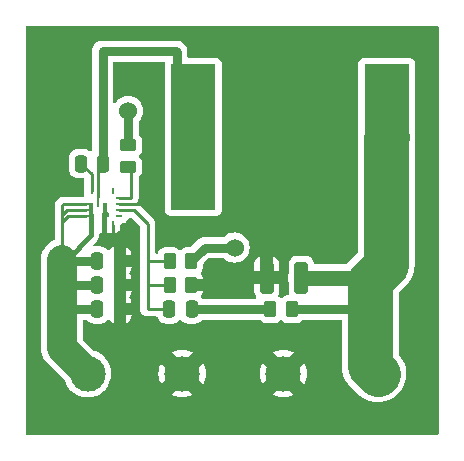
<source format=gbr>
%TF.GenerationSoftware,KiCad,Pcbnew,7.0.7*%
%TF.CreationDate,2023-08-27T13:56:46-07:00*%
%TF.ProjectId,DC-DC_converter,44432d44-435f-4636-9f6e-766572746572,rev?*%
%TF.SameCoordinates,Original*%
%TF.FileFunction,Copper,L1,Top*%
%TF.FilePolarity,Positive*%
%FSLAX46Y46*%
G04 Gerber Fmt 4.6, Leading zero omitted, Abs format (unit mm)*
G04 Created by KiCad (PCBNEW 7.0.7) date 2023-08-27 13:56:46*
%MOMM*%
%LPD*%
G01*
G04 APERTURE LIST*
G04 Aperture macros list*
%AMRoundRect*
0 Rectangle with rounded corners*
0 $1 Rounding radius*
0 $2 $3 $4 $5 $6 $7 $8 $9 X,Y pos of 4 corners*
0 Add a 4 corners polygon primitive as box body*
4,1,4,$2,$3,$4,$5,$6,$7,$8,$9,$2,$3,0*
0 Add four circle primitives for the rounded corners*
1,1,$1+$1,$2,$3*
1,1,$1+$1,$4,$5*
1,1,$1+$1,$6,$7*
1,1,$1+$1,$8,$9*
0 Add four rect primitives between the rounded corners*
20,1,$1+$1,$2,$3,$4,$5,0*
20,1,$1+$1,$4,$5,$6,$7,0*
20,1,$1+$1,$6,$7,$8,$9,0*
20,1,$1+$1,$8,$9,$2,$3,0*%
G04 Aperture macros list end*
%TA.AperFunction,SMDPad,CuDef*%
%ADD10R,0.600000X0.250000*%
%TD*%
%TA.AperFunction,SMDPad,CuDef*%
%ADD11R,0.250000X0.600000*%
%TD*%
%TA.AperFunction,SMDPad,CuDef*%
%ADD12R,0.250000X1.700000*%
%TD*%
%TA.AperFunction,SMDPad,CuDef*%
%ADD13R,0.800000X0.250000*%
%TD*%
%TA.AperFunction,SMDPad,CuDef*%
%ADD14R,0.400000X2.100000*%
%TD*%
%TA.AperFunction,SMDPad,CuDef*%
%ADD15RoundRect,0.250000X-0.450000X0.262500X-0.450000X-0.262500X0.450000X-0.262500X0.450000X0.262500X0*%
%TD*%
%TA.AperFunction,SMDPad,CuDef*%
%ADD16RoundRect,0.250000X-0.262500X-0.450000X0.262500X-0.450000X0.262500X0.450000X-0.262500X0.450000X0*%
%TD*%
%TA.AperFunction,SMDPad,CuDef*%
%ADD17RoundRect,0.250000X0.262500X0.450000X-0.262500X0.450000X-0.262500X-0.450000X0.262500X-0.450000X0*%
%TD*%
%TA.AperFunction,ComponentPad*%
%ADD18C,3.000000*%
%TD*%
%TA.AperFunction,SMDPad,CuDef*%
%ADD19R,3.825000X12.350000*%
%TD*%
%TA.AperFunction,SMDPad,CuDef*%
%ADD20R,3.825000X12.320000*%
%TD*%
%TA.AperFunction,SMDPad,CuDef*%
%ADD21RoundRect,0.250000X0.325000X1.100000X-0.325000X1.100000X-0.325000X-1.100000X0.325000X-1.100000X0*%
%TD*%
%TA.AperFunction,SMDPad,CuDef*%
%ADD22RoundRect,0.250000X-0.250000X-0.475000X0.250000X-0.475000X0.250000X0.475000X-0.250000X0.475000X0*%
%TD*%
%TA.AperFunction,SMDPad,CuDef*%
%ADD23RoundRect,0.250000X0.250000X0.475000X-0.250000X0.475000X-0.250000X-0.475000X0.250000X-0.475000X0*%
%TD*%
%TA.AperFunction,ViaPad*%
%ADD24C,1.524000*%
%TD*%
%TA.AperFunction,Conductor*%
%ADD25C,3.810000*%
%TD*%
%TA.AperFunction,Conductor*%
%ADD26C,0.250000*%
%TD*%
%TA.AperFunction,Conductor*%
%ADD27C,0.762000*%
%TD*%
%TA.AperFunction,Conductor*%
%ADD28C,1.270000*%
%TD*%
%TA.AperFunction,Conductor*%
%ADD29C,0.381000*%
%TD*%
%TA.AperFunction,Conductor*%
%ADD30C,2.540000*%
%TD*%
G04 APERTURE END LIST*
D10*
%TO.P,U1,1,en*%
%TO.N,unconnected-(U1-en-Pad1)*%
X56350000Y-79493000D03*
%TO.P,U1,2,fb*%
%TO.N,/FB*%
X56350000Y-78993000D03*
%TO.P,U1,3,agnd*%
%TO.N,GND*%
X56350000Y-78493000D03*
%TO.P,U1,4,pg*%
%TO.N,Net-(U1-pg)*%
X56350000Y-77993000D03*
D11*
%TO.P,U1,5,nc*%
%TO.N,unconnected-(U1-nc-Pad5)*%
X55880000Y-77343000D03*
D12*
%TO.P,U1,6,sw*%
%TO.N,Net-(U1-sw)*%
X54580000Y-77893000D03*
D11*
%TO.P,U1,7,boot*%
%TO.N,Net-(U1-boot)*%
X54080000Y-77343000D03*
D13*
%TO.P,U1,8,vin*%
%TO.N,/VIN*%
X53630000Y-78493000D03*
D14*
X54000000Y-79393000D03*
D13*
X53630000Y-79493000D03*
X53630000Y-78993000D03*
D14*
%TO.P,U1,9,pgnd*%
%TO.N,GND*%
X55160000Y-79393000D03*
D11*
%TO.P,U1,10,mode*%
X55880000Y-80143000D03*
%TD*%
D15*
%TO.P,Rpg1,1*%
%TO.N,/VOUT*%
X57150000Y-73509500D03*
%TO.P,Rpg1,2*%
%TO.N,Net-(U1-pg)*%
X57150000Y-75334500D03*
%TD*%
D16*
%TO.P,Rff1,1*%
%TO.N,Net-(Cff1-Pad1)*%
X69191500Y-87376000D03*
%TO.P,Rff1,2*%
%TO.N,/VOUT*%
X71016500Y-87376000D03*
%TD*%
D17*
%TO.P,Rfbt1,1*%
%TO.N,/VOUT*%
X62484000Y-83312000D03*
%TO.P,Rfbt1,2*%
%TO.N,/FB*%
X60659000Y-83312000D03*
%TD*%
D16*
%TO.P,Rfbb1,1*%
%TO.N,/FB*%
X60659000Y-85344000D03*
%TO.P,Rfbb1,2*%
%TO.N,GND*%
X62484000Y-85344000D03*
%TD*%
D18*
%TO.P,Out,1,ground*%
%TO.N,GND*%
X70295000Y-92837000D03*
%TO.P,Out,2,power*%
%TO.N,/VOUT*%
X78295000Y-92837000D03*
%TD*%
D19*
%TO.P,L1,1,1*%
%TO.N,Net-(U1-sw)*%
X62688000Y-72821800D03*
D20*
%TO.P,L1,2,2*%
%TO.N,/VOUT*%
X79044000Y-72821800D03*
%TD*%
D18*
%TO.P,In,1,ground*%
%TO.N,GND*%
X61722000Y-92837000D03*
%TO.P,In,2,power*%
%TO.N,/VIN*%
X53722000Y-92837000D03*
%TD*%
D21*
%TO.P,Cout1,1*%
%TO.N,/VOUT*%
X71833000Y-84709000D03*
%TO.P,Cout1,2*%
%TO.N,GND*%
X68883000Y-84709000D03*
%TD*%
D22*
%TO.P,Cinx1,1*%
%TO.N,/VIN*%
X54549000Y-85344000D03*
%TO.P,Cinx1,2*%
%TO.N,GND*%
X56449000Y-85344000D03*
%TD*%
%TO.P,Cin2,1*%
%TO.N,/VIN*%
X54549000Y-83312000D03*
%TO.P,Cin2,2*%
%TO.N,GND*%
X56449000Y-83312000D03*
%TD*%
%TO.P,Cin1,1*%
%TO.N,/VIN*%
X54549000Y-87376000D03*
%TO.P,Cin1,2*%
%TO.N,GND*%
X56449000Y-87376000D03*
%TD*%
D23*
%TO.P,Cff1,1*%
%TO.N,Net-(Cff1-Pad1)*%
X62521500Y-87376000D03*
%TO.P,Cff1,2*%
%TO.N,/FB*%
X60621500Y-87376000D03*
%TD*%
D22*
%TO.P,Cboot1,1*%
%TO.N,Net-(U1-boot)*%
X53152000Y-75057000D03*
%TO.P,Cboot1,2*%
%TO.N,Net-(U1-sw)*%
X55052000Y-75057000D03*
%TD*%
D24*
%TO.N,/VOUT*%
X66167000Y-82169000D03*
X57150000Y-70612000D03*
%TD*%
D25*
%TO.N,/VOUT*%
X78994000Y-83616000D02*
X77647000Y-84963000D01*
X79044000Y-72821800D02*
X78994000Y-72871800D01*
X78994000Y-72871800D02*
X78994000Y-83616000D01*
D26*
%TO.N,GND*%
X56350000Y-78493000D02*
X58794000Y-78493000D01*
D27*
%TO.N,Net-(U1-sw)*%
X61291000Y-65609000D02*
X61291000Y-71424800D01*
X61291000Y-71424800D02*
X62688000Y-72821800D01*
%TO.N,/VOUT*%
X66167000Y-82169000D02*
X63627000Y-82169000D01*
X63627000Y-82169000D02*
X62484000Y-83312000D01*
%TO.N,Net-(Cff1-Pad1)*%
X69191500Y-87376000D02*
X62521500Y-87376000D01*
D26*
%TO.N,/VOUT*%
X77393000Y-87376000D02*
X77647000Y-87630000D01*
D27*
X71016500Y-87376000D02*
X77393000Y-87376000D01*
D25*
X77647000Y-84963000D02*
X77647000Y-87630000D01*
X77647000Y-87630000D02*
X77647000Y-92189000D01*
D26*
X77393000Y-84709000D02*
X77647000Y-84963000D01*
D28*
X71833000Y-84709000D02*
X77393000Y-84709000D01*
D27*
X57150000Y-73509500D02*
X57150000Y-70612000D01*
D26*
%TO.N,Net-(U1-sw)*%
X61214000Y-65532000D02*
X61291000Y-65609000D01*
D27*
X54991000Y-65532000D02*
X61214000Y-65532000D01*
D26*
X55052000Y-75057000D02*
X54991000Y-74996000D01*
D27*
X54991000Y-74996000D02*
X54991000Y-65532000D01*
D25*
%TO.N,/VOUT*%
X77647000Y-92189000D02*
X78295000Y-92837000D01*
D26*
%TO.N,Net-(U1-pg)*%
X57404000Y-75588500D02*
X57150000Y-75334500D01*
X57389000Y-77993000D02*
X57404000Y-77978000D01*
X57404000Y-77978000D02*
X57404000Y-75588500D01*
X56350000Y-77993000D02*
X57389000Y-77993000D01*
%TO.N,/FB*%
X58801000Y-87376000D02*
X60621500Y-87376000D01*
X58801000Y-85344000D02*
X58801000Y-87376000D01*
X58801000Y-85344000D02*
X60659000Y-85344000D01*
X58801000Y-83312000D02*
X58801000Y-85344000D01*
X58801000Y-83312000D02*
X60659000Y-83312000D01*
X58801000Y-80137000D02*
X58801000Y-83312000D01*
X57658000Y-78994000D02*
X58801000Y-80137000D01*
X56926000Y-78994000D02*
X57658000Y-78994000D01*
X56925000Y-78993000D02*
X56926000Y-78994000D01*
X56350000Y-78993000D02*
X56925000Y-78993000D01*
%TO.N,Net-(U1-boot)*%
X54080000Y-75985000D02*
X54080000Y-77343000D01*
X53152000Y-75057000D02*
X54080000Y-75985000D01*
%TO.N,Net-(U1-sw)*%
X55052000Y-75057000D02*
X54580000Y-75529000D01*
X54580000Y-75529000D02*
X54580000Y-77893000D01*
%TO.N,/VIN*%
X51682000Y-78493000D02*
X53630000Y-78493000D01*
X51562000Y-78613000D02*
X51682000Y-78493000D01*
X51562000Y-79375000D02*
X51562000Y-78613000D01*
X51943000Y-83185000D02*
X51562000Y-83185000D01*
D29*
X54000000Y-79393000D02*
X54000000Y-81128000D01*
X54000000Y-81128000D02*
X51943000Y-83185000D01*
D26*
X52079000Y-79493000D02*
X51562000Y-80010000D01*
X53630000Y-79493000D02*
X52079000Y-79493000D01*
X51562000Y-80010000D02*
X51562000Y-79375000D01*
X51562000Y-83185000D02*
X51562000Y-80010000D01*
X51944000Y-78993000D02*
X51562000Y-79375000D01*
X53630000Y-78993000D02*
X51944000Y-78993000D01*
X51689000Y-87376000D02*
X51562000Y-87249000D01*
D27*
X54549000Y-87376000D02*
X51689000Y-87376000D01*
D30*
X51562000Y-87249000D02*
X51562000Y-85217000D01*
X51562000Y-90677000D02*
X51562000Y-87249000D01*
D27*
X54549000Y-85344000D02*
X51689000Y-85344000D01*
D30*
X51562000Y-85217000D02*
X51562000Y-83185000D01*
D26*
X51689000Y-85344000D02*
X51562000Y-85217000D01*
X51689000Y-83312000D02*
X51562000Y-83185000D01*
D27*
X54549000Y-83312000D02*
X51689000Y-83312000D01*
D30*
X53722000Y-92837000D02*
X51562000Y-90677000D01*
%TD*%
%TA.AperFunction,Conductor*%
%TO.N,GND*%
G36*
X83381539Y-63393185D02*
G01*
X83427294Y-63445989D01*
X83438500Y-63497500D01*
X83438500Y-97919500D01*
X83418815Y-97986539D01*
X83366011Y-98032294D01*
X83314500Y-98043500D01*
X48638500Y-98043500D01*
X48571461Y-98023815D01*
X48525706Y-97971011D01*
X48514500Y-97919500D01*
X48514500Y-90743686D01*
X49779760Y-90743686D01*
X49790957Y-90843056D01*
X49798431Y-90942804D01*
X49798434Y-90942821D01*
X49805091Y-90971990D01*
X49806255Y-90978844D01*
X49809605Y-91008567D01*
X49809605Y-91008568D01*
X49835487Y-91105161D01*
X49857745Y-91202683D01*
X49857748Y-91202692D01*
X49868679Y-91230546D01*
X49870854Y-91237153D01*
X49878594Y-91266038D01*
X49878599Y-91266054D01*
X49918591Y-91357718D01*
X49955134Y-91450826D01*
X49970092Y-91476734D01*
X49973224Y-91482939D01*
X49985189Y-91510365D01*
X49985191Y-91510368D01*
X50038416Y-91595075D01*
X50087472Y-91680043D01*
X50088415Y-91681675D01*
X50107064Y-91705062D01*
X50111090Y-91710736D01*
X50127009Y-91736070D01*
X50192262Y-91811895D01*
X50254615Y-91890083D01*
X50327920Y-91958099D01*
X51782137Y-93412316D01*
X51811296Y-93458472D01*
X51875475Y-93639054D01*
X51875474Y-93639054D01*
X52001889Y-93883024D01*
X52001893Y-93883030D01*
X52160340Y-94107499D01*
X52160343Y-94107502D01*
X52347889Y-94308314D01*
X52561031Y-94481718D01*
X52561033Y-94481719D01*
X52561034Y-94481720D01*
X52795801Y-94624485D01*
X53000348Y-94713331D01*
X53047823Y-94733953D01*
X53312404Y-94808085D01*
X53551720Y-94840978D01*
X53584614Y-94845500D01*
X53584615Y-94845500D01*
X53859386Y-94845500D01*
X53888733Y-94841466D01*
X54131596Y-94808085D01*
X54396177Y-94733953D01*
X54648200Y-94624484D01*
X54882969Y-94481718D01*
X55096111Y-94308314D01*
X55283657Y-94107502D01*
X55442111Y-93883023D01*
X55568523Y-93639058D01*
X55660538Y-93380153D01*
X55660539Y-93380146D01*
X55660541Y-93380141D01*
X55700864Y-93186095D01*
X55716442Y-93111130D01*
X55735193Y-92837001D01*
X59716891Y-92837001D01*
X59737300Y-93122362D01*
X59798109Y-93401895D01*
X59898089Y-93669952D01*
X59930911Y-93730061D01*
X59930911Y-93730062D01*
X60564339Y-93096633D01*
X60625662Y-93063148D01*
X60695353Y-93068132D01*
X60751287Y-93110003D01*
X60768301Y-93141248D01*
X60817143Y-93273126D01*
X60819565Y-93279665D01*
X60927146Y-93452263D01*
X60927147Y-93452264D01*
X60927149Y-93452267D01*
X61067264Y-93599668D01*
X61067266Y-93599669D01*
X61067268Y-93599671D01*
X61234195Y-93715856D01*
X61420714Y-93795897D01*
X61474558Y-93840424D01*
X61495781Y-93906992D01*
X61477646Y-93974467D01*
X61459495Y-93997529D01*
X60828937Y-94628087D01*
X60828937Y-94628088D01*
X60889042Y-94660908D01*
X60889041Y-94660908D01*
X61157104Y-94760890D01*
X61436637Y-94821699D01*
X61721999Y-94842109D01*
X61722001Y-94842109D01*
X62007362Y-94821699D01*
X62286895Y-94760890D01*
X62554951Y-94660910D01*
X62554952Y-94660910D01*
X62615062Y-94628088D01*
X61980930Y-93993956D01*
X61947445Y-93932633D01*
X61952429Y-93862941D01*
X61994301Y-93807008D01*
X62031491Y-93787962D01*
X62118379Y-93760701D01*
X62118381Y-93760699D01*
X62118390Y-93760697D01*
X62296214Y-93661996D01*
X62450531Y-93529520D01*
X62575021Y-93368692D01*
X62664588Y-93186096D01*
X62672858Y-93154153D01*
X62708716Y-93094190D01*
X62771302Y-93063130D01*
X62840745Y-93070838D01*
X62880580Y-93097554D01*
X63513088Y-93730062D01*
X63545910Y-93669952D01*
X63545910Y-93669951D01*
X63645890Y-93401895D01*
X63706699Y-93122362D01*
X63727109Y-92837001D01*
X68289891Y-92837001D01*
X68310300Y-93122362D01*
X68371109Y-93401895D01*
X68471089Y-93669952D01*
X68503911Y-93730061D01*
X68503911Y-93730062D01*
X69137339Y-93096633D01*
X69198662Y-93063148D01*
X69268353Y-93068132D01*
X69324287Y-93110003D01*
X69341301Y-93141248D01*
X69390143Y-93273126D01*
X69392565Y-93279665D01*
X69500146Y-93452263D01*
X69500147Y-93452264D01*
X69500149Y-93452267D01*
X69640264Y-93599668D01*
X69640266Y-93599669D01*
X69640268Y-93599671D01*
X69807195Y-93715856D01*
X69993714Y-93795897D01*
X70047558Y-93840424D01*
X70068781Y-93906992D01*
X70050646Y-93974467D01*
X70032495Y-93997529D01*
X69401937Y-94628087D01*
X69401937Y-94628088D01*
X69462042Y-94660908D01*
X69462041Y-94660908D01*
X69730104Y-94760890D01*
X70009637Y-94821699D01*
X70294999Y-94842109D01*
X70295001Y-94842109D01*
X70580362Y-94821699D01*
X70859895Y-94760890D01*
X71127951Y-94660910D01*
X71127952Y-94660910D01*
X71188062Y-94628088D01*
X70553930Y-93993956D01*
X70520445Y-93932633D01*
X70525429Y-93862941D01*
X70567301Y-93807008D01*
X70604491Y-93787962D01*
X70691379Y-93760701D01*
X70691381Y-93760699D01*
X70691390Y-93760697D01*
X70869214Y-93661996D01*
X71023531Y-93529520D01*
X71148021Y-93368692D01*
X71237588Y-93186096D01*
X71245858Y-93154153D01*
X71281716Y-93094190D01*
X71344302Y-93063130D01*
X71413745Y-93070838D01*
X71453580Y-93097554D01*
X72086088Y-93730062D01*
X72118910Y-93669952D01*
X72118910Y-93669951D01*
X72218890Y-93401895D01*
X72279699Y-93122362D01*
X72300109Y-92837001D01*
X72300109Y-92836998D01*
X72279699Y-92551637D01*
X72218890Y-92272104D01*
X72118908Y-92004042D01*
X72086088Y-91943937D01*
X72086087Y-91943937D01*
X71452659Y-92577365D01*
X71391336Y-92610850D01*
X71321644Y-92605866D01*
X71265711Y-92563994D01*
X71248699Y-92532756D01*
X71197435Y-92394335D01*
X71089854Y-92221737D01*
X71089851Y-92221734D01*
X71089850Y-92221732D01*
X70949735Y-92074331D01*
X70949733Y-92074330D01*
X70947467Y-92072753D01*
X70860188Y-92012004D01*
X70782804Y-91958143D01*
X70596284Y-91878101D01*
X70542440Y-91833574D01*
X70521217Y-91767005D01*
X70539352Y-91699530D01*
X70557503Y-91676469D01*
X71188062Y-91045911D01*
X71127952Y-91013089D01*
X70859895Y-90913109D01*
X70580362Y-90852300D01*
X70295001Y-90831891D01*
X70294999Y-90831891D01*
X70009637Y-90852300D01*
X69730104Y-90913109D01*
X69462047Y-91013089D01*
X69462040Y-91013092D01*
X69401937Y-91045910D01*
X69401936Y-91045911D01*
X70036069Y-91680043D01*
X70069554Y-91741366D01*
X70064570Y-91811057D01*
X70022699Y-91866991D01*
X69985510Y-91886037D01*
X69898615Y-91913300D01*
X69898608Y-91913304D01*
X69720784Y-92012005D01*
X69720783Y-92012005D01*
X69566469Y-92144478D01*
X69566468Y-92144479D01*
X69441981Y-92305304D01*
X69352411Y-92487905D01*
X69344141Y-92519847D01*
X69308280Y-92579812D01*
X69245693Y-92610869D01*
X69176250Y-92603160D01*
X69136419Y-92576445D01*
X68503911Y-91943936D01*
X68503910Y-91943937D01*
X68471092Y-92004040D01*
X68471089Y-92004047D01*
X68371109Y-92272104D01*
X68310300Y-92551637D01*
X68289891Y-92836998D01*
X68289891Y-92837001D01*
X63727109Y-92837001D01*
X63727109Y-92836998D01*
X63706699Y-92551637D01*
X63645890Y-92272104D01*
X63545908Y-92004042D01*
X63513088Y-91943937D01*
X63513087Y-91943937D01*
X62879659Y-92577365D01*
X62818336Y-92610850D01*
X62748644Y-92605866D01*
X62692711Y-92563994D01*
X62675699Y-92532756D01*
X62624435Y-92394335D01*
X62516854Y-92221737D01*
X62516851Y-92221734D01*
X62516850Y-92221732D01*
X62376735Y-92074331D01*
X62376733Y-92074330D01*
X62374467Y-92072753D01*
X62287188Y-92012004D01*
X62209804Y-91958143D01*
X62023284Y-91878101D01*
X61969440Y-91833574D01*
X61948217Y-91767005D01*
X61966352Y-91699530D01*
X61984503Y-91676469D01*
X62615062Y-91045911D01*
X62554952Y-91013089D01*
X62286895Y-90913109D01*
X62007362Y-90852300D01*
X61722001Y-90831891D01*
X61721999Y-90831891D01*
X61436637Y-90852300D01*
X61157104Y-90913109D01*
X60889047Y-91013089D01*
X60889040Y-91013092D01*
X60828937Y-91045910D01*
X60828936Y-91045911D01*
X61463069Y-91680043D01*
X61496554Y-91741366D01*
X61491570Y-91811057D01*
X61449699Y-91866991D01*
X61412510Y-91886037D01*
X61325615Y-91913300D01*
X61325608Y-91913304D01*
X61147784Y-92012005D01*
X61147783Y-92012005D01*
X60993469Y-92144478D01*
X60993468Y-92144479D01*
X60868981Y-92305304D01*
X60779411Y-92487905D01*
X60771141Y-92519847D01*
X60735280Y-92579812D01*
X60672693Y-92610869D01*
X60603250Y-92603160D01*
X60563419Y-92576445D01*
X59930911Y-91943936D01*
X59930910Y-91943937D01*
X59898092Y-92004040D01*
X59898089Y-92004047D01*
X59798109Y-92272104D01*
X59737300Y-92551637D01*
X59716891Y-92836998D01*
X59716891Y-92837001D01*
X55735193Y-92837001D01*
X55735193Y-92837000D01*
X55716442Y-92562870D01*
X55690950Y-92440196D01*
X55660541Y-92293858D01*
X55660536Y-92293841D01*
X55607453Y-92144480D01*
X55568523Y-92034942D01*
X55442111Y-91790977D01*
X55442110Y-91790975D01*
X55442106Y-91790969D01*
X55283659Y-91566500D01*
X55231232Y-91510365D01*
X55096111Y-91365686D01*
X54882969Y-91192282D01*
X54882967Y-91192281D01*
X54882965Y-91192279D01*
X54648198Y-91049514D01*
X54396178Y-90940047D01*
X54349712Y-90927028D01*
X54295486Y-90895307D01*
X53376819Y-89976640D01*
X53343334Y-89915317D01*
X53340500Y-89888959D01*
X53340500Y-88389500D01*
X53360185Y-88322461D01*
X53412989Y-88276706D01*
X53464500Y-88265500D01*
X53594278Y-88265500D01*
X53661317Y-88285185D01*
X53694930Y-88319426D01*
X53695489Y-88318985D01*
X53699595Y-88324178D01*
X53699817Y-88324404D01*
X53699970Y-88324652D01*
X53825348Y-88450030D01*
X53976262Y-88543115D01*
X54144574Y-88598887D01*
X54248455Y-88609500D01*
X54849544Y-88609499D01*
X54953426Y-88598887D01*
X55121738Y-88543115D01*
X55272652Y-88450030D01*
X55398030Y-88324652D01*
X55398449Y-88323971D01*
X55398859Y-88323602D01*
X55402511Y-88318985D01*
X55403299Y-88319608D01*
X55450389Y-88277244D01*
X55519350Y-88266014D01*
X55583436Y-88293850D01*
X55601261Y-88314420D01*
X55602202Y-88313677D01*
X55606683Y-88319344D01*
X55730654Y-88443315D01*
X55879881Y-88535359D01*
X55948999Y-88558262D01*
X55949000Y-88558262D01*
X55949000Y-87876000D01*
X56949000Y-87876000D01*
X56949000Y-88558262D01*
X57018118Y-88535359D01*
X57167345Y-88443315D01*
X57291315Y-88319345D01*
X57383356Y-88170124D01*
X57383358Y-88170119D01*
X57438505Y-88003697D01*
X57438506Y-88003690D01*
X57448999Y-87900986D01*
X57449000Y-87900973D01*
X57449000Y-87876000D01*
X56949000Y-87876000D01*
X55949000Y-87876000D01*
X55949000Y-85844000D01*
X56949000Y-85844000D01*
X56949000Y-86876000D01*
X57448999Y-86876000D01*
X57448999Y-86851028D01*
X57448998Y-86851013D01*
X57438505Y-86748302D01*
X57383358Y-86581880D01*
X57383356Y-86581875D01*
X57287525Y-86426509D01*
X57289898Y-86425044D01*
X57268543Y-86372142D01*
X57281568Y-86303497D01*
X57287864Y-86293700D01*
X57287525Y-86293491D01*
X57383356Y-86138124D01*
X57383358Y-86138119D01*
X57438505Y-85971697D01*
X57438506Y-85971690D01*
X57448999Y-85868986D01*
X57449000Y-85868973D01*
X57449000Y-85844000D01*
X56949000Y-85844000D01*
X55949000Y-85844000D01*
X55949000Y-83812000D01*
X56949000Y-83812000D01*
X56949000Y-84844000D01*
X57448999Y-84844000D01*
X57448999Y-84819028D01*
X57448998Y-84819013D01*
X57438505Y-84716302D01*
X57383358Y-84549880D01*
X57383356Y-84549875D01*
X57287525Y-84394509D01*
X57289898Y-84393044D01*
X57268543Y-84340142D01*
X57281568Y-84271497D01*
X57287864Y-84261700D01*
X57287525Y-84261491D01*
X57383356Y-84106124D01*
X57383358Y-84106119D01*
X57438505Y-83939697D01*
X57438506Y-83939690D01*
X57448999Y-83836986D01*
X57449000Y-83836973D01*
X57449000Y-83812000D01*
X56949000Y-83812000D01*
X55949000Y-83812000D01*
X55949000Y-82129737D01*
X56949000Y-82129737D01*
X56949000Y-82812000D01*
X57448999Y-82812000D01*
X57448999Y-82787028D01*
X57448998Y-82787013D01*
X57438505Y-82684302D01*
X57383358Y-82517880D01*
X57383356Y-82517875D01*
X57291315Y-82368654D01*
X57167345Y-82244684D01*
X57018120Y-82152641D01*
X56949000Y-82129737D01*
X55949000Y-82129737D01*
X55879879Y-82152641D01*
X55730654Y-82244684D01*
X55606683Y-82368655D01*
X55602202Y-82374323D01*
X55600021Y-82372598D01*
X55557556Y-82410775D01*
X55488591Y-82421980D01*
X55424516Y-82394121D01*
X55402663Y-82368894D01*
X55402511Y-82369015D01*
X55399816Y-82365606D01*
X55398451Y-82364031D01*
X55398029Y-82363347D01*
X55272653Y-82237971D01*
X55272652Y-82237971D01*
X55272652Y-82237970D01*
X55160838Y-82169002D01*
X55121740Y-82144886D01*
X55121735Y-82144884D01*
X54953427Y-82089113D01*
X54849552Y-82078500D01*
X54337395Y-82078500D01*
X54270356Y-82058815D01*
X54224601Y-82006011D01*
X54214657Y-81936853D01*
X54243682Y-81873297D01*
X54249700Y-81866833D01*
X54478019Y-81638514D01*
X54480694Y-81635995D01*
X54527052Y-81594927D01*
X54562221Y-81543973D01*
X54564407Y-81541002D01*
X54602584Y-81492275D01*
X54606722Y-81483078D01*
X54617745Y-81463533D01*
X54623480Y-81455227D01*
X54645433Y-81397338D01*
X54646847Y-81393925D01*
X54672251Y-81337483D01*
X54674069Y-81327560D01*
X54680092Y-81305949D01*
X54683673Y-81296510D01*
X54691131Y-81235081D01*
X54691694Y-81231383D01*
X54702849Y-81170516D01*
X54702848Y-81170515D01*
X54702849Y-81170515D01*
X54699111Y-81108718D01*
X54698999Y-81105036D01*
X54698999Y-81057008D01*
X54718684Y-80989973D01*
X54771488Y-80944218D01*
X54840646Y-80934274D01*
X54851516Y-80936336D01*
X54852626Y-80936598D01*
X54912155Y-80942999D01*
X54912172Y-80943000D01*
X54959999Y-80943000D01*
X54960000Y-79317000D01*
X54979685Y-79249961D01*
X55032489Y-79204206D01*
X55084000Y-79193000D01*
X55417500Y-79193000D01*
X55484539Y-79212685D01*
X55530294Y-79265489D01*
X55541500Y-79317000D01*
X55541500Y-79469000D01*
X55521815Y-79536039D01*
X55469011Y-79581794D01*
X55417500Y-79593000D01*
X55360000Y-79593000D01*
X55360000Y-80943000D01*
X55407828Y-80943000D01*
X55407844Y-80942999D01*
X55467372Y-80936598D01*
X55514162Y-80919146D01*
X55583854Y-80914160D01*
X55600833Y-80919146D01*
X55647621Y-80936597D01*
X55707155Y-80942999D01*
X55707172Y-80943000D01*
X55755000Y-80943000D01*
X55755000Y-80229283D01*
X55774685Y-80162244D01*
X55827489Y-80116489D01*
X55896647Y-80106545D01*
X55922331Y-80113100D01*
X55924337Y-80113849D01*
X55980268Y-80155720D01*
X56004684Y-80221185D01*
X56005000Y-80230029D01*
X56005000Y-80943000D01*
X56052828Y-80943000D01*
X56052844Y-80942999D01*
X56112372Y-80936598D01*
X56112379Y-80936596D01*
X56247086Y-80886354D01*
X56247093Y-80886350D01*
X56362187Y-80800190D01*
X56362190Y-80800187D01*
X56448350Y-80685093D01*
X56448354Y-80685086D01*
X56498596Y-80550379D01*
X56498598Y-80550372D01*
X56504999Y-80490844D01*
X56505000Y-80490827D01*
X56505000Y-80250500D01*
X56524685Y-80183461D01*
X56577489Y-80137706D01*
X56629000Y-80126500D01*
X56698638Y-80126500D01*
X56698654Y-80126499D01*
X56725692Y-80123591D01*
X56759201Y-80119989D01*
X56896204Y-80068889D01*
X57013261Y-79981261D01*
X57100889Y-79864204D01*
X57151989Y-79727201D01*
X57151989Y-79727196D01*
X57152984Y-79722989D01*
X57154656Y-79720052D01*
X57154701Y-79719932D01*
X57154720Y-79719939D01*
X57187555Y-79662272D01*
X57249465Y-79629884D01*
X57273662Y-79627500D01*
X57344234Y-79627500D01*
X57411273Y-79647185D01*
X57431915Y-79663819D01*
X58131181Y-80363085D01*
X58164666Y-80424408D01*
X58167500Y-80450766D01*
X58167500Y-83240393D01*
X58165304Y-83263628D01*
X58163725Y-83271903D01*
X58163725Y-83271906D01*
X58167378Y-83329981D01*
X58167500Y-83333852D01*
X58167500Y-85272393D01*
X58165304Y-85295628D01*
X58163725Y-85303903D01*
X58163725Y-85303906D01*
X58167378Y-85361981D01*
X58167500Y-85365852D01*
X58167500Y-87304393D01*
X58165304Y-87327628D01*
X58163725Y-87335903D01*
X58163725Y-87335906D01*
X58167378Y-87393981D01*
X58167500Y-87397852D01*
X58167500Y-87415861D01*
X58169756Y-87433719D01*
X58170122Y-87437594D01*
X58173775Y-87495649D01*
X58176379Y-87503663D01*
X58181470Y-87526437D01*
X58182525Y-87534794D01*
X58182527Y-87534800D01*
X58203938Y-87588878D01*
X58205257Y-87592543D01*
X58223236Y-87647876D01*
X58227750Y-87654988D01*
X58238346Y-87675782D01*
X58241449Y-87683619D01*
X58275642Y-87730682D01*
X58277831Y-87733904D01*
X58308998Y-87783016D01*
X58308999Y-87783017D01*
X58309000Y-87783018D01*
X58315145Y-87788788D01*
X58330582Y-87806299D01*
X58335525Y-87813104D01*
X58335527Y-87813105D01*
X58335528Y-87813107D01*
X58367448Y-87839513D01*
X58380344Y-87850182D01*
X58383266Y-87852758D01*
X58425680Y-87892587D01*
X58425684Y-87892590D01*
X58433059Y-87896644D01*
X58452362Y-87909761D01*
X58458856Y-87915133D01*
X58458855Y-87915133D01*
X58511490Y-87939901D01*
X58514961Y-87941669D01*
X58565940Y-87969695D01*
X58574102Y-87971790D01*
X58596059Y-87979696D01*
X58603682Y-87983283D01*
X58660837Y-87994185D01*
X58664615Y-87995030D01*
X58720970Y-88009500D01*
X58729395Y-88009500D01*
X58752626Y-88011696D01*
X58757143Y-88012557D01*
X58760906Y-88013275D01*
X58818980Y-88009621D01*
X58822853Y-88009500D01*
X59535421Y-88009500D01*
X59602460Y-88029185D01*
X59648215Y-88081989D01*
X59653127Y-88094497D01*
X59679382Y-88173733D01*
X59679384Y-88173737D01*
X59679385Y-88173738D01*
X59772470Y-88324652D01*
X59897848Y-88450030D01*
X60048762Y-88543115D01*
X60217074Y-88598887D01*
X60320955Y-88609500D01*
X60922044Y-88609499D01*
X61025926Y-88598887D01*
X61194238Y-88543115D01*
X61345152Y-88450030D01*
X61470530Y-88324652D01*
X61470532Y-88324647D01*
X61474232Y-88319970D01*
X61531253Y-88279591D01*
X61601052Y-88276451D01*
X61661468Y-88311545D01*
X61668768Y-88319970D01*
X61672469Y-88324651D01*
X61672470Y-88324652D01*
X61797848Y-88450030D01*
X61948762Y-88543115D01*
X62117074Y-88598887D01*
X62220955Y-88609500D01*
X62822044Y-88609499D01*
X62925926Y-88598887D01*
X63094238Y-88543115D01*
X63245152Y-88450030D01*
X63370530Y-88324652D01*
X63370682Y-88324404D01*
X63370831Y-88324269D01*
X63375011Y-88318985D01*
X63375913Y-88319698D01*
X63422630Y-88277679D01*
X63476222Y-88265500D01*
X68244456Y-88265500D01*
X68311495Y-88285185D01*
X68332137Y-88301819D01*
X68455348Y-88425030D01*
X68606262Y-88518115D01*
X68774574Y-88573887D01*
X68878455Y-88584500D01*
X69504544Y-88584499D01*
X69608426Y-88573887D01*
X69776738Y-88518115D01*
X69927652Y-88425030D01*
X70016319Y-88336362D01*
X70077642Y-88302878D01*
X70147334Y-88307862D01*
X70191681Y-88336363D01*
X70280348Y-88425030D01*
X70431262Y-88518115D01*
X70599574Y-88573887D01*
X70703455Y-88584500D01*
X71329544Y-88584499D01*
X71433426Y-88573887D01*
X71601738Y-88518115D01*
X71752652Y-88425030D01*
X71875862Y-88301819D01*
X71937186Y-88268334D01*
X71963544Y-88265500D01*
X75109500Y-88265500D01*
X75176539Y-88285185D01*
X75222294Y-88337989D01*
X75233500Y-88389500D01*
X75233500Y-92049982D01*
X75233110Y-92056922D01*
X75232555Y-92061851D01*
X75231326Y-92072751D01*
X75231326Y-92072753D01*
X75233500Y-92208313D01*
X75233500Y-92266402D01*
X75234644Y-92284250D01*
X75234763Y-92287221D01*
X75236294Y-92382613D01*
X75236295Y-92382625D01*
X75244300Y-92437735D01*
X75244817Y-92442676D01*
X75248387Y-92498262D01*
X75248388Y-92498277D01*
X75266627Y-92591928D01*
X75267127Y-92594866D01*
X75280845Y-92689301D01*
X75295834Y-92742939D01*
X75296978Y-92747775D01*
X75307628Y-92802462D01*
X75307629Y-92802463D01*
X75337698Y-92893027D01*
X75338569Y-92895877D01*
X75364248Y-92987770D01*
X75385977Y-93039065D01*
X75387730Y-93043713D01*
X75405280Y-93096570D01*
X75405283Y-93096578D01*
X75446681Y-93182544D01*
X75447909Y-93185259D01*
X75485134Y-93273126D01*
X75513247Y-93321224D01*
X75515571Y-93325593D01*
X75539743Y-93375785D01*
X75542589Y-93380158D01*
X75591794Y-93455750D01*
X75593352Y-93458273D01*
X75634997Y-93529521D01*
X75641519Y-93540679D01*
X75675542Y-93584774D01*
X75678412Y-93588818D01*
X75708806Y-93635512D01*
X75738125Y-93669952D01*
X75770664Y-93708174D01*
X75772541Y-93710490D01*
X75830830Y-93786035D01*
X75870216Y-93825421D01*
X75873579Y-93829064D01*
X75880335Y-93837000D01*
X75909690Y-93871483D01*
X75909698Y-93871491D01*
X75980341Y-93935647D01*
X75982499Y-93937704D01*
X76643117Y-94598322D01*
X76643124Y-94598328D01*
X76817609Y-94751760D01*
X77074592Y-94924965D01*
X77351615Y-95063885D01*
X77644128Y-95166239D01*
X77947328Y-95230348D01*
X78256237Y-95255159D01*
X78565782Y-95240262D01*
X78870882Y-95185904D01*
X79018703Y-95139440D01*
X79166523Y-95092979D01*
X79177218Y-95088037D01*
X79447857Y-94963007D01*
X79710261Y-94798129D01*
X79949425Y-94601049D01*
X80161424Y-94375003D01*
X80342776Y-94123703D01*
X80490504Y-93851275D01*
X80602182Y-93562193D01*
X80675975Y-93261204D01*
X80710673Y-92953248D01*
X80705706Y-92643385D01*
X80661155Y-92336700D01*
X80649183Y-92293858D01*
X80587840Y-92074331D01*
X80577752Y-92038230D01*
X80456866Y-91752876D01*
X80300483Y-91485323D01*
X80111170Y-91239965D01*
X80096819Y-91225614D01*
X80063334Y-91164291D01*
X80060500Y-91137933D01*
X80060500Y-86014065D01*
X80080185Y-85947026D01*
X80096815Y-85926388D01*
X80602304Y-85420898D01*
X80607473Y-85416278D01*
X80619939Y-85406339D01*
X80714277Y-85308926D01*
X80755324Y-85267880D01*
X80755323Y-85267882D01*
X80756472Y-85266574D01*
X80767155Y-85254425D01*
X80769127Y-85252288D01*
X80835533Y-85183720D01*
X80868850Y-85139078D01*
X80871980Y-85135217D01*
X80908761Y-85093390D01*
X80962133Y-85014201D01*
X80963794Y-85011861D01*
X81020890Y-84935359D01*
X81048224Y-84886821D01*
X81050820Y-84882615D01*
X81081966Y-84836407D01*
X81124761Y-84751065D01*
X81126145Y-84748466D01*
X81172960Y-84665343D01*
X81172960Y-84665341D01*
X81172965Y-84665334D01*
X81193872Y-84613689D01*
X81195900Y-84609205D01*
X81220885Y-84559384D01*
X81252406Y-84469300D01*
X81253442Y-84466551D01*
X81289262Y-84378079D01*
X81303392Y-84324188D01*
X81304840Y-84319452D01*
X81305634Y-84317183D01*
X81323240Y-84266872D01*
X81342995Y-84173437D01*
X81343660Y-84170630D01*
X81367870Y-84078311D01*
X81374993Y-84023052D01*
X81375818Y-84018199D01*
X81387349Y-83963671D01*
X81394992Y-83868498D01*
X81395291Y-83865628D01*
X81407500Y-83770952D01*
X81407500Y-83715257D01*
X81407699Y-83710292D01*
X81412159Y-83654763D01*
X81409538Y-83600305D01*
X81407572Y-83559434D01*
X81407500Y-83556454D01*
X81407500Y-79250079D01*
X81415318Y-79206746D01*
X81430277Y-79166638D01*
X81458489Y-79091001D01*
X81463386Y-79045454D01*
X81464999Y-79030454D01*
X81465000Y-79030437D01*
X81465000Y-66613162D01*
X81464999Y-66613145D01*
X81461657Y-66582070D01*
X81458489Y-66552599D01*
X81455841Y-66545500D01*
X81416933Y-66441185D01*
X81407389Y-66415596D01*
X81319761Y-66298539D01*
X81202704Y-66210911D01*
X81162488Y-66195911D01*
X81065703Y-66159811D01*
X81005154Y-66153300D01*
X81005138Y-66153300D01*
X77082862Y-66153300D01*
X77082845Y-66153300D01*
X77022297Y-66159811D01*
X77022295Y-66159811D01*
X76885295Y-66210911D01*
X76768239Y-66298539D01*
X76680611Y-66415595D01*
X76629511Y-66552595D01*
X76629511Y-66552597D01*
X76623000Y-66613145D01*
X76623000Y-72382791D01*
X76620714Y-72406491D01*
X76620131Y-72409481D01*
X76613007Y-72464724D01*
X76612175Y-72469620D01*
X76600650Y-72524128D01*
X76593010Y-72619257D01*
X76592700Y-72622221D01*
X76580500Y-72716844D01*
X76580500Y-72772540D01*
X76580301Y-72777505D01*
X76575841Y-72833038D01*
X76575841Y-72833039D01*
X76580427Y-72928364D01*
X76580499Y-72931345D01*
X76580499Y-82564932D01*
X76560814Y-82631971D01*
X76544180Y-82652613D01*
X76038698Y-83158095D01*
X76033513Y-83162729D01*
X76021058Y-83172662D01*
X75963624Y-83231969D01*
X75926751Y-83270043D01*
X75885670Y-83311124D01*
X75885661Y-83311134D01*
X75873854Y-83324561D01*
X75871834Y-83326749D01*
X75805472Y-83395274D01*
X75805468Y-83395278D01*
X75772153Y-83439916D01*
X75769026Y-83443773D01*
X75732243Y-83485605D01*
X75715259Y-83510804D01*
X75661467Y-83555394D01*
X75612434Y-83565500D01*
X73029197Y-83565500D01*
X72962158Y-83545815D01*
X72916403Y-83493011D01*
X72907737Y-83461098D01*
X72907304Y-83461191D01*
X72905888Y-83454576D01*
X72886237Y-83395274D01*
X72850115Y-83286262D01*
X72757030Y-83135348D01*
X72631652Y-83009970D01*
X72537898Y-82952141D01*
X72480740Y-82916886D01*
X72480735Y-82916884D01*
X72312427Y-82861113D01*
X72208546Y-82850500D01*
X71457462Y-82850500D01*
X71457446Y-82850501D01*
X71353572Y-82861113D01*
X71185264Y-82916884D01*
X71185259Y-82916886D01*
X71034346Y-83009971D01*
X70908971Y-83135346D01*
X70815886Y-83286259D01*
X70815884Y-83286264D01*
X70760113Y-83454572D01*
X70749500Y-83558447D01*
X70749500Y-84317183D01*
X70741127Y-84361977D01*
X70728441Y-84394722D01*
X70728440Y-84394724D01*
X70728440Y-84394726D01*
X70689500Y-84603039D01*
X70689500Y-84814961D01*
X70712006Y-84935359D01*
X70728441Y-85023279D01*
X70741126Y-85056021D01*
X70749500Y-85100816D01*
X70749500Y-85859537D01*
X70749501Y-85859553D01*
X70760113Y-85963429D01*
X70775068Y-86008561D01*
X70777469Y-86078390D01*
X70741737Y-86138431D01*
X70679216Y-86169623D01*
X70669964Y-86170922D01*
X70599572Y-86178113D01*
X70431264Y-86233884D01*
X70431259Y-86233886D01*
X70280349Y-86326969D01*
X70191681Y-86415637D01*
X70130357Y-86449121D01*
X70060666Y-86444137D01*
X70016319Y-86415637D01*
X69972824Y-86372142D01*
X69927652Y-86326970D01*
X69927649Y-86326968D01*
X69927648Y-86326967D01*
X69918775Y-86321494D01*
X69872050Y-86269546D01*
X69860829Y-86200584D01*
X69878335Y-86150857D01*
X69892356Y-86128126D01*
X69947505Y-85961697D01*
X69947506Y-85961690D01*
X69957999Y-85858986D01*
X69958000Y-85858973D01*
X69958000Y-85284000D01*
X67808001Y-85284000D01*
X67808001Y-85858986D01*
X67818494Y-85961697D01*
X67873641Y-86128119D01*
X67873643Y-86128124D01*
X67965684Y-86277346D01*
X67970161Y-86283007D01*
X67968392Y-86284405D01*
X67996643Y-86336142D01*
X67991659Y-86405834D01*
X67949787Y-86461767D01*
X67884323Y-86486184D01*
X67875477Y-86486500D01*
X63476222Y-86486500D01*
X63409183Y-86466815D01*
X63375569Y-86432573D01*
X63375011Y-86433015D01*
X63370904Y-86427821D01*
X63370683Y-86427596D01*
X63370530Y-86427348D01*
X63357296Y-86414114D01*
X63323811Y-86352791D01*
X63328795Y-86283099D01*
X63339438Y-86261336D01*
X63430856Y-86113124D01*
X63430858Y-86113119D01*
X63486005Y-85946697D01*
X63486006Y-85946690D01*
X63495221Y-85856500D01*
X62095500Y-85856500D01*
X62028461Y-85836815D01*
X61982706Y-85784011D01*
X61971500Y-85732500D01*
X61971500Y-84955500D01*
X61991185Y-84888461D01*
X62043989Y-84842706D01*
X62095500Y-84831500D01*
X63495220Y-84831500D01*
X63495220Y-84831499D01*
X63486005Y-84741302D01*
X63430858Y-84574880D01*
X63430856Y-84574875D01*
X63338815Y-84425654D01*
X63334852Y-84421691D01*
X63301367Y-84360368D01*
X63306351Y-84290676D01*
X63334853Y-84246328D01*
X63345530Y-84235652D01*
X63408230Y-84134000D01*
X67808000Y-84134000D01*
X68308000Y-84134000D01*
X68308000Y-82901737D01*
X69458000Y-82901737D01*
X69458000Y-84134000D01*
X69957999Y-84134000D01*
X69957999Y-83559028D01*
X69957998Y-83559013D01*
X69947505Y-83456302D01*
X69892358Y-83289880D01*
X69892356Y-83289875D01*
X69800315Y-83140654D01*
X69676345Y-83016684D01*
X69527120Y-82924641D01*
X69458000Y-82901737D01*
X68308000Y-82901737D01*
X68238879Y-82924641D01*
X68089654Y-83016684D01*
X67965684Y-83140654D01*
X67873643Y-83289875D01*
X67873641Y-83289880D01*
X67818494Y-83456302D01*
X67818493Y-83456309D01*
X67808000Y-83559013D01*
X67808000Y-84134000D01*
X63408230Y-84134000D01*
X63438615Y-84084738D01*
X63494387Y-83916426D01*
X63505000Y-83812545D01*
X63504999Y-83600304D01*
X63524683Y-83533265D01*
X63541313Y-83512628D01*
X63959123Y-83094819D01*
X64020447Y-83061334D01*
X64046805Y-83058500D01*
X65208380Y-83058500D01*
X65275419Y-83078185D01*
X65296060Y-83094818D01*
X65347219Y-83145977D01*
X65529323Y-83273488D01*
X65730804Y-83367440D01*
X65945537Y-83424978D01*
X66103724Y-83438817D01*
X66166998Y-83444353D01*
X66167000Y-83444353D01*
X66167002Y-83444353D01*
X66222365Y-83439509D01*
X66388463Y-83424978D01*
X66603196Y-83367440D01*
X66804677Y-83273488D01*
X66986781Y-83145977D01*
X67143977Y-82988781D01*
X67271488Y-82806677D01*
X67365440Y-82605196D01*
X67422978Y-82390463D01*
X67441362Y-82180326D01*
X67442353Y-82169002D01*
X67442353Y-82168997D01*
X67432713Y-82058815D01*
X67422978Y-81947537D01*
X67365440Y-81732804D01*
X67271488Y-81531324D01*
X67271486Y-81531321D01*
X67271485Y-81531319D01*
X67143978Y-81349220D01*
X67070584Y-81275826D01*
X66986781Y-81192023D01*
X66804677Y-81064512D01*
X66804678Y-81064512D01*
X66804676Y-81064511D01*
X66644827Y-80989973D01*
X66603196Y-80970560D01*
X66603193Y-80970559D01*
X66603191Y-80970558D01*
X66388465Y-80913022D01*
X66388457Y-80913021D01*
X66167002Y-80893647D01*
X66166998Y-80893647D01*
X65945542Y-80913021D01*
X65945535Y-80913022D01*
X65730800Y-80970561D01*
X65529323Y-81064512D01*
X65529319Y-81064514D01*
X65347217Y-81192023D01*
X65296062Y-81243180D01*
X65234739Y-81276666D01*
X65208380Y-81279500D01*
X63706764Y-81279500D01*
X63687366Y-81277973D01*
X63673810Y-81275826D01*
X63605327Y-81279415D01*
X63602084Y-81279500D01*
X63580380Y-81279500D01*
X63574087Y-81280161D01*
X63558788Y-81281768D01*
X63555557Y-81282022D01*
X63487082Y-81285612D01*
X63473819Y-81289165D01*
X63454705Y-81292708D01*
X63441049Y-81294144D01*
X63441037Y-81294146D01*
X63386017Y-81312023D01*
X63375827Y-81315334D01*
X63372724Y-81316253D01*
X63306479Y-81334004D01*
X63294239Y-81340240D01*
X63276271Y-81347682D01*
X63263218Y-81351923D01*
X63263212Y-81351925D01*
X63203820Y-81386215D01*
X63200969Y-81387763D01*
X63139880Y-81418890D01*
X63139866Y-81418899D01*
X63129204Y-81427533D01*
X63113178Y-81438547D01*
X63101291Y-81445410D01*
X63101283Y-81445416D01*
X63050326Y-81491297D01*
X63047862Y-81493402D01*
X63031001Y-81507056D01*
X63030984Y-81507071D01*
X63015639Y-81522416D01*
X63013288Y-81524646D01*
X62962332Y-81570527D01*
X62962328Y-81570531D01*
X62954254Y-81581644D01*
X62941622Y-81596433D01*
X62470874Y-82067181D01*
X62409551Y-82100666D01*
X62383194Y-82103500D01*
X62170963Y-82103500D01*
X62170946Y-82103501D01*
X62067072Y-82114113D01*
X61898764Y-82169884D01*
X61898759Y-82169886D01*
X61747846Y-82262971D01*
X61659181Y-82351637D01*
X61597858Y-82385122D01*
X61528166Y-82380138D01*
X61483819Y-82351637D01*
X61395153Y-82262971D01*
X61395152Y-82262970D01*
X61301398Y-82205142D01*
X61244240Y-82169886D01*
X61244235Y-82169884D01*
X61075927Y-82114113D01*
X60972046Y-82103500D01*
X60345962Y-82103500D01*
X60345946Y-82103501D01*
X60242072Y-82114113D01*
X60073764Y-82169884D01*
X60073759Y-82169886D01*
X59922846Y-82262971D01*
X59797471Y-82388346D01*
X59704382Y-82539266D01*
X59686411Y-82593503D01*
X59646639Y-82650948D01*
X59582124Y-82677772D01*
X59568705Y-82678500D01*
X59558500Y-82678500D01*
X59491461Y-82658815D01*
X59445706Y-82606011D01*
X59434500Y-82554500D01*
X59434499Y-80220637D01*
X59436239Y-80204886D01*
X59435967Y-80204861D01*
X59436700Y-80197098D01*
X59436702Y-80197091D01*
X59434500Y-80127041D01*
X59434500Y-80097144D01*
X59433614Y-80090136D01*
X59433156Y-80084314D01*
X59431673Y-80037110D01*
X59431672Y-80037108D01*
X59425979Y-80017514D01*
X59422032Y-79998457D01*
X59419474Y-79978203D01*
X59412323Y-79960142D01*
X59402086Y-79934286D01*
X59400193Y-79928757D01*
X59397135Y-79918233D01*
X59387018Y-79883407D01*
X59376622Y-79865829D01*
X59368066Y-79848362D01*
X59360552Y-79829383D01*
X59332794Y-79791179D01*
X59329587Y-79786296D01*
X59319873Y-79769871D01*
X59305542Y-79745638D01*
X59291108Y-79731204D01*
X59278471Y-79716409D01*
X59266472Y-79699893D01*
X59266470Y-79699890D01*
X59230073Y-79669781D01*
X59225751Y-79665847D01*
X58165088Y-78605183D01*
X58155187Y-78592823D01*
X58154977Y-78592998D01*
X58150002Y-78586986D01*
X58150000Y-78586982D01*
X58114222Y-78553384D01*
X58098921Y-78539015D01*
X58077768Y-78517863D01*
X58075792Y-78516331D01*
X58072183Y-78513531D01*
X58067750Y-78509744D01*
X58033321Y-78477414D01*
X58033319Y-78477412D01*
X58015431Y-78467578D01*
X57999174Y-78456899D01*
X57991219Y-78450729D01*
X57950309Y-78394088D01*
X57946517Y-78324322D01*
X57953413Y-78303502D01*
X57953611Y-78303042D01*
X57953613Y-78303041D01*
X57972371Y-78259689D01*
X57974928Y-78254470D01*
X57997695Y-78213060D01*
X58002774Y-78193274D01*
X58009072Y-78174882D01*
X58017181Y-78156145D01*
X58023568Y-78115816D01*
X58024569Y-78109497D01*
X58025751Y-78103786D01*
X58037500Y-78058030D01*
X58037500Y-78037614D01*
X58039027Y-78018214D01*
X58040361Y-78009793D01*
X58042220Y-77998057D01*
X58037772Y-77951011D01*
X58037499Y-77945217D01*
X58037499Y-76283544D01*
X58057184Y-76216506D01*
X58073818Y-76195864D01*
X58073817Y-76195864D01*
X58199030Y-76070652D01*
X58292115Y-75919738D01*
X58347887Y-75751426D01*
X58358500Y-75647545D01*
X58358499Y-75021456D01*
X58347887Y-74917574D01*
X58292115Y-74749262D01*
X58199030Y-74598348D01*
X58110363Y-74509681D01*
X58076878Y-74448358D01*
X58081862Y-74378666D01*
X58110363Y-74334319D01*
X58110363Y-74334318D01*
X58199030Y-74245652D01*
X58292115Y-74094738D01*
X58347887Y-73926426D01*
X58358500Y-73822545D01*
X58358499Y-73196456D01*
X58347887Y-73092574D01*
X58292115Y-72924262D01*
X58199030Y-72773348D01*
X58075817Y-72650135D01*
X58042333Y-72588812D01*
X58039499Y-72562462D01*
X58039499Y-71570619D01*
X58059184Y-71503581D01*
X58075819Y-71482938D01*
X58126977Y-71431781D01*
X58254488Y-71249677D01*
X58348440Y-71048196D01*
X58405978Y-70833463D01*
X58425353Y-70612000D01*
X58405978Y-70390537D01*
X58348440Y-70175804D01*
X58254488Y-69974324D01*
X58254486Y-69974321D01*
X58254485Y-69974319D01*
X58126978Y-69792220D01*
X58126972Y-69792214D01*
X57969781Y-69635023D01*
X57787677Y-69507512D01*
X57787678Y-69507512D01*
X57787676Y-69507511D01*
X57686936Y-69460536D01*
X57586196Y-69413560D01*
X57586193Y-69413559D01*
X57586191Y-69413558D01*
X57371465Y-69356022D01*
X57371457Y-69356021D01*
X57150002Y-69336647D01*
X57149998Y-69336647D01*
X56928542Y-69356021D01*
X56928535Y-69356022D01*
X56713800Y-69413561D01*
X56512323Y-69507512D01*
X56512319Y-69507514D01*
X56330217Y-69635023D01*
X56173026Y-69792214D01*
X56106075Y-69887831D01*
X56051498Y-69931455D01*
X55981999Y-69938648D01*
X55919645Y-69907126D01*
X55884231Y-69846896D01*
X55880500Y-69816707D01*
X55880500Y-66545500D01*
X55900185Y-66478461D01*
X55952989Y-66432706D01*
X56004500Y-66421500D01*
X60147947Y-66421500D01*
X60214986Y-66441185D01*
X60260741Y-66493989D01*
X60271236Y-66558756D01*
X60267000Y-66598145D01*
X60267000Y-79045454D01*
X60273511Y-79106002D01*
X60273511Y-79106004D01*
X60310140Y-79204206D01*
X60324611Y-79243004D01*
X60412239Y-79360061D01*
X60529296Y-79447689D01*
X60666299Y-79498789D01*
X60693550Y-79501718D01*
X60726845Y-79505299D01*
X60726862Y-79505300D01*
X64649138Y-79505300D01*
X64649154Y-79505299D01*
X64676192Y-79502391D01*
X64709701Y-79498789D01*
X64846704Y-79447689D01*
X64963761Y-79360061D01*
X65051389Y-79243004D01*
X65102489Y-79106001D01*
X65106091Y-79072492D01*
X65108999Y-79045454D01*
X65109000Y-79045437D01*
X65109000Y-66598162D01*
X65108999Y-66598145D01*
X65105657Y-66567070D01*
X65102489Y-66537599D01*
X65051389Y-66400596D01*
X64963761Y-66283539D01*
X64846704Y-66195911D01*
X64846704Y-66195910D01*
X64709703Y-66144811D01*
X64649154Y-66138300D01*
X64649138Y-66138300D01*
X62304500Y-66138300D01*
X62237461Y-66118615D01*
X62191706Y-66065811D01*
X62180500Y-66014300D01*
X62180500Y-65562384D01*
X62180500Y-65562380D01*
X62165855Y-65423044D01*
X62108075Y-65245215D01*
X62041809Y-65130438D01*
X62014586Y-65083286D01*
X61889471Y-64944332D01*
X61886196Y-64941383D01*
X61881606Y-64936792D01*
X61878667Y-64933528D01*
X61739713Y-64808413D01*
X61577786Y-64714925D01*
X61399960Y-64657146D01*
X61399958Y-64657145D01*
X61360145Y-64652960D01*
X61260620Y-64642500D01*
X55084490Y-64642500D01*
X54897510Y-64642500D01*
X54897508Y-64642500D01*
X54854838Y-64651569D01*
X54848427Y-64652584D01*
X54805045Y-64657144D01*
X54763557Y-64670624D01*
X54757287Y-64672304D01*
X54714614Y-64681375D01*
X54674759Y-64699119D01*
X54668699Y-64701445D01*
X54627215Y-64714924D01*
X54589438Y-64736734D01*
X54583654Y-64739681D01*
X54543798Y-64757427D01*
X54508506Y-64783067D01*
X54503063Y-64786603D01*
X54465290Y-64808411D01*
X54465282Y-64808417D01*
X54432862Y-64837608D01*
X54427817Y-64841693D01*
X54392528Y-64867331D01*
X54392528Y-64867332D01*
X54363339Y-64899749D01*
X54358749Y-64904339D01*
X54326332Y-64933528D01*
X54326331Y-64933528D01*
X54300693Y-64968817D01*
X54296608Y-64973862D01*
X54267417Y-65006282D01*
X54267411Y-65006290D01*
X54245603Y-65044063D01*
X54242067Y-65049506D01*
X54216427Y-65084798D01*
X54198681Y-65124654D01*
X54195734Y-65130438D01*
X54173924Y-65168215D01*
X54160445Y-65209699D01*
X54158119Y-65215759D01*
X54140375Y-65255614D01*
X54131304Y-65298287D01*
X54129624Y-65304557D01*
X54116144Y-65346045D01*
X54111584Y-65389427D01*
X54110569Y-65395838D01*
X54101500Y-65438507D01*
X54101500Y-73909456D01*
X54081815Y-73976495D01*
X54029011Y-74022250D01*
X53959853Y-74032194D01*
X53896297Y-74003169D01*
X53889819Y-73997137D01*
X53875653Y-73982971D01*
X53875652Y-73982970D01*
X53781898Y-73925142D01*
X53724740Y-73889886D01*
X53724735Y-73889884D01*
X53556427Y-73834113D01*
X53452546Y-73823500D01*
X52851462Y-73823500D01*
X52851446Y-73823501D01*
X52747572Y-73834113D01*
X52579264Y-73889884D01*
X52579259Y-73889886D01*
X52428346Y-73982971D01*
X52302971Y-74108346D01*
X52209886Y-74259259D01*
X52209884Y-74259264D01*
X52154113Y-74427572D01*
X52143500Y-74531447D01*
X52143500Y-75582537D01*
X52143501Y-75582553D01*
X52154113Y-75686427D01*
X52209884Y-75854735D01*
X52209886Y-75854740D01*
X52245142Y-75911898D01*
X52302970Y-76005652D01*
X52428348Y-76131030D01*
X52579262Y-76224115D01*
X52747574Y-76279887D01*
X52851455Y-76290500D01*
X53322500Y-76290499D01*
X53389539Y-76310183D01*
X53435294Y-76362987D01*
X53446500Y-76414499D01*
X53446500Y-77691654D01*
X53449790Y-77722244D01*
X53437386Y-77791003D01*
X53389776Y-77842141D01*
X53326501Y-77859500D01*
X51765632Y-77859500D01*
X51749880Y-77857760D01*
X51749855Y-77858032D01*
X51742093Y-77857298D01*
X51742092Y-77857298D01*
X51672029Y-77859500D01*
X51642144Y-77859500D01*
X51642141Y-77859500D01*
X51642129Y-77859501D01*
X51635137Y-77860384D01*
X51629320Y-77860841D01*
X51582111Y-77862325D01*
X51582109Y-77862326D01*
X51562496Y-77868023D01*
X51543459Y-77871965D01*
X51523208Y-77874524D01*
X51523202Y-77874526D01*
X51479299Y-77891907D01*
X51473775Y-77893798D01*
X51428406Y-77906981D01*
X51428401Y-77906983D01*
X51410827Y-77917376D01*
X51393362Y-77925932D01*
X51374387Y-77933445D01*
X51374385Y-77933446D01*
X51336176Y-77961206D01*
X51331294Y-77964412D01*
X51290635Y-77988458D01*
X51276201Y-78002893D01*
X51261411Y-78015526D01*
X51244892Y-78027528D01*
X51214783Y-78063922D01*
X51210851Y-78068243D01*
X51173180Y-78105913D01*
X51160821Y-78115816D01*
X51160994Y-78116025D01*
X51154985Y-78120996D01*
X51107014Y-78172080D01*
X51085872Y-78193222D01*
X51085857Y-78193239D01*
X51081531Y-78198814D01*
X51077747Y-78203244D01*
X51045419Y-78237671D01*
X51045412Y-78237681D01*
X51035579Y-78255567D01*
X51024903Y-78271820D01*
X51012386Y-78287957D01*
X51012385Y-78287959D01*
X50993625Y-78331310D01*
X50991055Y-78336556D01*
X50968303Y-78377941D01*
X50968303Y-78377942D01*
X50963225Y-78397720D01*
X50956925Y-78416122D01*
X50948818Y-78434857D01*
X50941431Y-78481495D01*
X50940246Y-78487216D01*
X50928500Y-78532965D01*
X50928500Y-78553384D01*
X50926973Y-78572783D01*
X50923780Y-78592941D01*
X50923779Y-78592944D01*
X50928224Y-78639968D01*
X50928499Y-78645804D01*
X50928500Y-79294969D01*
X50928500Y-79315384D01*
X50926973Y-79334783D01*
X50923780Y-79354941D01*
X50923780Y-79354942D01*
X50928225Y-79401966D01*
X50928500Y-79407804D01*
X50928500Y-79950384D01*
X50926973Y-79969783D01*
X50923780Y-79989941D01*
X50923780Y-79989942D01*
X50928225Y-80036966D01*
X50928500Y-80042804D01*
X50928500Y-81438177D01*
X50908815Y-81505216D01*
X50858302Y-81549897D01*
X50670261Y-81640452D01*
X50450013Y-81790614D01*
X50254615Y-81971916D01*
X50088414Y-82180326D01*
X49955134Y-82411173D01*
X49857750Y-82659302D01*
X49857745Y-82659319D01*
X49798432Y-82919187D01*
X49783500Y-83118447D01*
X49783500Y-90643749D01*
X49779760Y-90743686D01*
X48514500Y-90743686D01*
X48514500Y-63497500D01*
X48534185Y-63430461D01*
X48586989Y-63384706D01*
X48638500Y-63373500D01*
X83314500Y-63373500D01*
X83381539Y-63393185D01*
G37*
%TD.AperFunction*%
%TD*%
M02*

</source>
